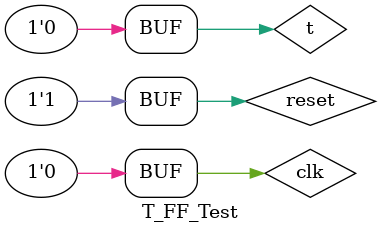
<source format=v>
`timescale 1ns / 1ps


module T_FF_Test;

	// Inputs
	reg t;
	reg clk;
	reg reset;

	// Outputs
	wire q;
	wire qb;

	// Instantiate the Unit Under Test (UUT)
	T_FF uut (
		.t(t), 
		.clk(clk), 
		.reset(reset),
		.q(q), 
		.qb(qb)
	);

	initial begin
		// Initialize Inputs
		t = 0;
		clk = 0;
		reset=0;

		#10;
      t = 1;
		clk = 1;
		#10;
		clk=0;
		#10;
		clk = 1;
		#10;
		clk=0;
		#10;
		clk=1;
		#10;
		t = 0;
		#10;
		clk = 0;
		
		reset =1;
		#10;
		clk = 1;
		#10;
		clk=0;
		#10;
		t=1;
		clk = 1;
		#10;
		clk=0;
		#10;
		clk=1;
		#10;
		t = 0;
		#10;
		clk = 0;

		// Wait 100 ns for global reset to finish
		#100;
		// Add stimulus here

	end
      
endmodule


</source>
